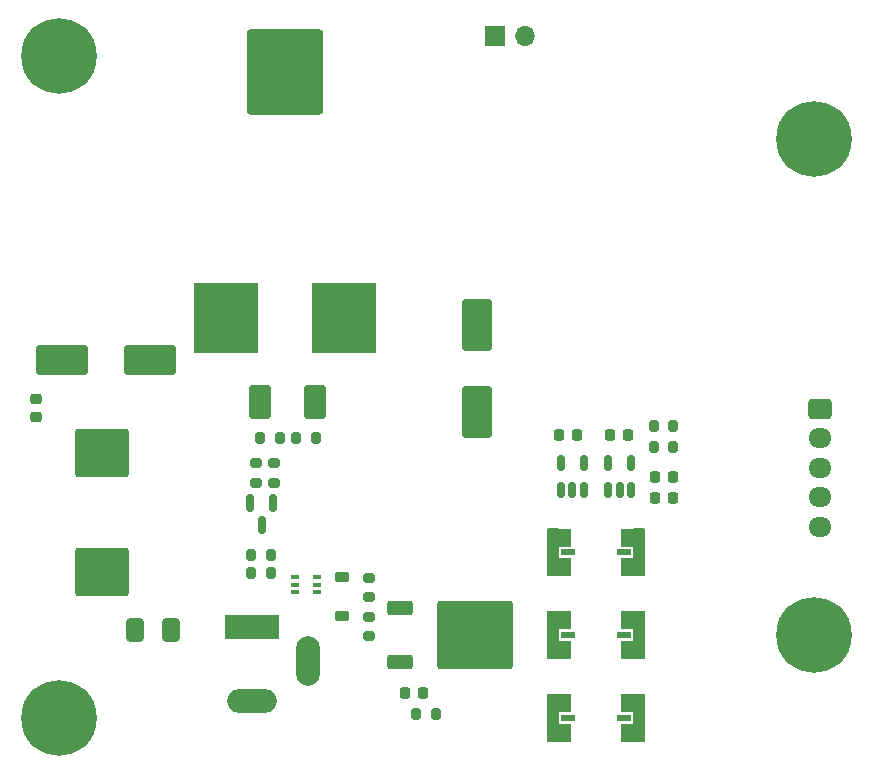
<source format=gts>
%TF.GenerationSoftware,KiCad,Pcbnew,7.0.1*%
%TF.CreationDate,2023-04-29T01:50:32-04:00*%
%TF.ProjectId,PowerSection,506f7765-7253-4656-9374-696f6e2e6b69,rev?*%
%TF.SameCoordinates,Original*%
%TF.FileFunction,Soldermask,Top*%
%TF.FilePolarity,Negative*%
%FSLAX46Y46*%
G04 Gerber Fmt 4.6, Leading zero omitted, Abs format (unit mm)*
G04 Created by KiCad (PCBNEW 7.0.1) date 2023-04-29 01:50:32*
%MOMM*%
%LPD*%
G01*
G04 APERTURE LIST*
G04 Aperture macros list*
%AMRoundRect*
0 Rectangle with rounded corners*
0 $1 Rounding radius*
0 $2 $3 $4 $5 $6 $7 $8 $9 X,Y pos of 4 corners*
0 Add a 4 corners polygon primitive as box body*
4,1,4,$2,$3,$4,$5,$6,$7,$8,$9,$2,$3,0*
0 Add four circle primitives for the rounded corners*
1,1,$1+$1,$2,$3*
1,1,$1+$1,$4,$5*
1,1,$1+$1,$6,$7*
1,1,$1+$1,$8,$9*
0 Add four rect primitives between the rounded corners*
20,1,$1+$1,$2,$3,$4,$5,0*
20,1,$1+$1,$4,$5,$6,$7,0*
20,1,$1+$1,$6,$7,$8,$9,0*
20,1,$1+$1,$8,$9,$2,$3,0*%
G04 Aperture macros list end*
%ADD10RoundRect,0.200000X-0.200000X-0.275000X0.200000X-0.275000X0.200000X0.275000X-0.200000X0.275000X0*%
%ADD11RoundRect,0.225000X0.250000X-0.225000X0.250000X0.225000X-0.250000X0.225000X-0.250000X-0.225000X0*%
%ADD12RoundRect,0.200000X-0.275000X0.200000X-0.275000X-0.200000X0.275000X-0.200000X0.275000X0.200000X0*%
%ADD13RoundRect,0.050000X0.450000X1.950000X-0.450000X1.950000X-0.450000X-1.950000X0.450000X-1.950000X0*%
%ADD14RoundRect,0.075000X0.975000X0.675000X-0.975000X0.675000X-0.975000X-0.675000X0.975000X-0.675000X0*%
%ADD15RoundRect,0.025000X0.525000X0.225000X-0.525000X0.225000X-0.525000X-0.225000X0.525000X-0.225000X0*%
%ADD16RoundRect,0.150000X-0.150000X0.587500X-0.150000X-0.587500X0.150000X-0.587500X0.150000X0.587500X0*%
%ADD17C,0.800000*%
%ADD18C,6.400000*%
%ADD19R,4.600000X2.000000*%
%ADD20O,4.200000X2.000000*%
%ADD21O,2.000000X4.200000*%
%ADD22RoundRect,0.275000X-2.475000X-2.725000X2.475000X-2.725000X2.475000X2.725000X-2.475000X2.725000X0*%
%ADD23RoundRect,0.325000X-2.925000X-3.300000X2.925000X-3.300000X2.925000X3.300000X-2.925000X3.300000X0*%
%ADD24RoundRect,0.150000X0.150000X-0.512500X0.150000X0.512500X-0.150000X0.512500X-0.150000X-0.512500X0*%
%ADD25RoundRect,0.225000X-0.225000X-0.250000X0.225000X-0.250000X0.225000X0.250000X-0.225000X0.250000X0*%
%ADD26RoundRect,0.200000X0.275000X-0.200000X0.275000X0.200000X-0.275000X0.200000X-0.275000X-0.200000X0*%
%ADD27RoundRect,0.200000X0.200000X0.275000X-0.200000X0.275000X-0.200000X-0.275000X0.200000X-0.275000X0*%
%ADD28RoundRect,0.205000X2.045000X-1.845000X2.045000X1.845000X-2.045000X1.845000X-2.045000X-1.845000X0*%
%ADD29RoundRect,0.225000X0.225000X0.250000X-0.225000X0.250000X-0.225000X-0.250000X0.225000X-0.250000X0*%
%ADD30RoundRect,0.250000X-0.725000X0.600000X-0.725000X-0.600000X0.725000X-0.600000X0.725000X0.600000X0*%
%ADD31O,1.950000X1.700000*%
%ADD32RoundRect,0.250000X1.950000X1.000000X-1.950000X1.000000X-1.950000X-1.000000X1.950000X-1.000000X0*%
%ADD33RoundRect,0.250000X-1.000000X1.950000X-1.000000X-1.950000X1.000000X-1.950000X1.000000X1.950000X0*%
%ADD34RoundRect,0.337777X-0.422223X-0.677223X0.422223X-0.677223X0.422223X0.677223X-0.422223X0.677223X0*%
%ADD35RoundRect,0.250000X-0.850000X-0.350000X0.850000X-0.350000X0.850000X0.350000X-0.850000X0.350000X0*%
%ADD36RoundRect,0.249997X-2.950003X-2.650003X2.950003X-2.650003X2.950003X2.650003X-2.950003X2.650003X0*%
%ADD37R,1.700000X1.700000*%
%ADD38O,1.700000X1.700000*%
%ADD39RoundRect,0.225000X-0.375000X0.225000X-0.375000X-0.225000X0.375000X-0.225000X0.375000X0.225000X0*%
%ADD40RoundRect,0.185000X-0.740000X-1.215000X0.740000X-1.215000X0.740000X1.215000X-0.740000X1.215000X0*%
%ADD41R,0.650000X0.400000*%
G04 APERTURE END LIST*
D10*
%TO.C,R1*%
X151894000Y-80772000D03*
X153544000Y-80772000D03*
%TD*%
D11*
%TO.C,C2*%
X99568000Y-80023000D03*
X99568000Y-78473000D03*
%TD*%
D12*
%TO.C,R4*%
X119766000Y-83948000D03*
X119766000Y-85598000D03*
%TD*%
D10*
%TO.C,R6*%
X117793000Y-91694000D03*
X119443000Y-91694000D03*
%TD*%
D13*
%TO.C,R13*%
X150650000Y-91500000D03*
D14*
X150100000Y-92750000D03*
X150100000Y-90250000D03*
D15*
X149350000Y-91500000D03*
X144650000Y-91500000D03*
D14*
X143900000Y-92750000D03*
X143900000Y-90250000D03*
D13*
X143350000Y-91500000D03*
%TD*%
D12*
%TO.C,R9*%
X127762000Y-96965000D03*
X127762000Y-98615000D03*
%TD*%
D16*
%TO.C,Q1*%
X119634000Y-87313000D03*
X117734000Y-87313000D03*
X118684000Y-89188000D03*
%TD*%
D10*
%TO.C,R8*%
X118555000Y-81788000D03*
X120205000Y-81788000D03*
%TD*%
D17*
%TO.C,H2*%
X99100000Y-49500000D03*
X99802944Y-47802944D03*
X99802944Y-51197056D03*
X101500000Y-47100000D03*
D18*
X101500000Y-49500000D03*
D17*
X101500000Y-51900000D03*
X103197056Y-47802944D03*
X103197056Y-51197056D03*
X103900000Y-49500000D03*
%TD*%
D19*
%TO.C,12V1*%
X117856000Y-97790000D03*
D20*
X117856000Y-104090000D03*
D21*
X122656000Y-100690000D03*
%TD*%
D22*
%TO.C,L2*%
X115650000Y-71670000D03*
X125650000Y-71670000D03*
D23*
X120650000Y-50795000D03*
%TD*%
D24*
%TO.C,U2*%
X144050000Y-86235500D03*
X145000000Y-86235500D03*
X145950000Y-86235500D03*
X145950000Y-83960500D03*
X144050000Y-83960500D03*
%TD*%
D25*
%TO.C,C6*%
X143879000Y-81534000D03*
X145429000Y-81534000D03*
%TD*%
D26*
%TO.C,R7*%
X127762000Y-95313000D03*
X127762000Y-93663000D03*
%TD*%
D27*
%TO.C,R10*%
X133413000Y-105156000D03*
X131763000Y-105156000D03*
%TD*%
D28*
%TO.C,L1*%
X105156000Y-93188000D03*
X105156000Y-83088000D03*
%TD*%
D29*
%TO.C,C8*%
X132347000Y-103378000D03*
X130797000Y-103378000D03*
%TD*%
D17*
%TO.C,H3*%
X163100000Y-56500000D03*
X163802944Y-54802944D03*
X163802944Y-58197056D03*
X165500000Y-54100000D03*
D18*
X165500000Y-56500000D03*
D17*
X165500000Y-58900000D03*
X167197056Y-54802944D03*
X167197056Y-58197056D03*
X167900000Y-56500000D03*
%TD*%
D12*
%TO.C,R3*%
X118242000Y-83948000D03*
X118242000Y-85598000D03*
%TD*%
D30*
%TO.C,J1*%
X165990000Y-79328000D03*
D31*
X165990000Y-81828000D03*
X165990000Y-84328000D03*
X165990000Y-86828000D03*
X165990000Y-89328000D03*
%TD*%
D29*
%TO.C,C3*%
X153557000Y-85090000D03*
X152007000Y-85090000D03*
%TD*%
D25*
%TO.C,C5*%
X148197000Y-81534000D03*
X149747000Y-81534000D03*
%TD*%
D32*
%TO.C,C1*%
X109220000Y-75184000D03*
X101820000Y-75184000D03*
%TD*%
D27*
%TO.C,R2*%
X153544000Y-82550000D03*
X151894000Y-82550000D03*
%TD*%
D24*
%TO.C,U1*%
X148050000Y-86235500D03*
X149000000Y-86235500D03*
X149950000Y-86235500D03*
X149950000Y-83960500D03*
X148050000Y-83960500D03*
%TD*%
D10*
%TO.C,R5*%
X117793000Y-93218000D03*
X119443000Y-93218000D03*
%TD*%
%TO.C,C7*%
X121603000Y-81788000D03*
X123253000Y-81788000D03*
%TD*%
D33*
%TO.C,C9*%
X136906000Y-72246000D03*
X136906000Y-79646000D03*
%TD*%
D34*
%TO.C,F1*%
X107954000Y-98044000D03*
X110994000Y-98044000D03*
%TD*%
D35*
%TO.C,Q2*%
X130420000Y-96223000D03*
D36*
X136720000Y-98503000D03*
D35*
X130420000Y-100783000D03*
%TD*%
D37*
%TO.C,J2*%
X138430000Y-47752000D03*
D38*
X140970000Y-47752000D03*
%TD*%
D13*
%TO.C,R11*%
X150650000Y-105500000D03*
D14*
X150100000Y-106750000D03*
X150100000Y-104250000D03*
D15*
X149350000Y-105500000D03*
X144650000Y-105500000D03*
D14*
X143900000Y-106750000D03*
X143900000Y-104250000D03*
D13*
X143350000Y-105500000D03*
%TD*%
%TO.C,R12*%
X150650000Y-98500000D03*
D14*
X150100000Y-99750000D03*
X150100000Y-97250000D03*
D15*
X149350000Y-98500000D03*
X144650000Y-98500000D03*
D14*
X143900000Y-99750000D03*
X143900000Y-97250000D03*
D13*
X143350000Y-98500000D03*
%TD*%
D39*
%TO.C,D1*%
X125476000Y-93600000D03*
X125476000Y-96900000D03*
%TD*%
D29*
%TO.C,C4*%
X153544000Y-86868000D03*
X151994000Y-86868000D03*
%TD*%
D40*
%TO.C,D3*%
X118579000Y-78740000D03*
X123229000Y-78740000D03*
%TD*%
D17*
%TO.C,H1*%
X99100000Y-105500000D03*
X99802944Y-103802944D03*
X99802944Y-107197056D03*
X101500000Y-103100000D03*
D18*
X101500000Y-105500000D03*
D17*
X101500000Y-107900000D03*
X103197056Y-103802944D03*
X103197056Y-107197056D03*
X103900000Y-105500000D03*
%TD*%
%TO.C,H4*%
X163100000Y-98500000D03*
X163802944Y-96802944D03*
X163802944Y-100197056D03*
X165500000Y-96100000D03*
D18*
X165500000Y-98500000D03*
D17*
X165500000Y-100900000D03*
X167197056Y-96802944D03*
X167197056Y-100197056D03*
X167900000Y-98500000D03*
%TD*%
D41*
%TO.C,U4*%
X121478000Y-93584000D03*
X121478000Y-94234000D03*
X121478000Y-94884000D03*
X123378000Y-94884000D03*
X123378000Y-94234000D03*
X123378000Y-93584000D03*
%TD*%
M02*

</source>
